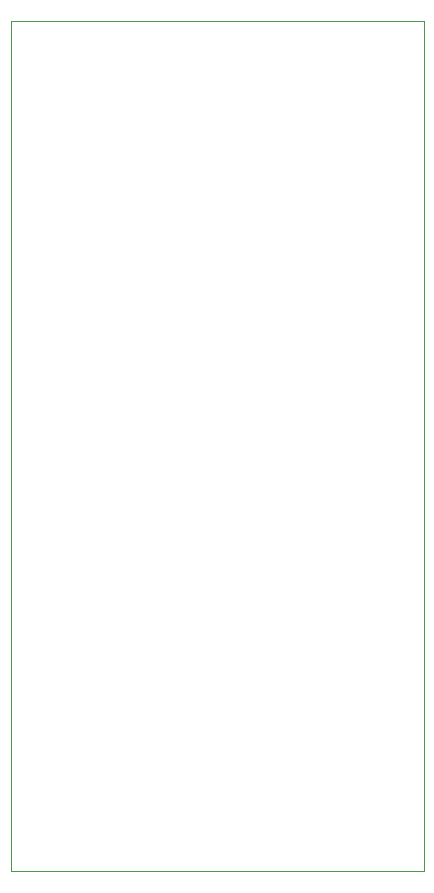
<source format=gm1>
G04 #@! TF.GenerationSoftware,KiCad,Pcbnew,8.0.5*
G04 #@! TF.CreationDate,2024-10-10T13:20:31+02:00*
G04 #@! TF.ProjectId,LED_SINGLE_Board,4c45445f-5349-44e4-974c-455f426f6172,rev?*
G04 #@! TF.SameCoordinates,Original*
G04 #@! TF.FileFunction,Profile,NP*
%FSLAX46Y46*%
G04 Gerber Fmt 4.6, Leading zero omitted, Abs format (unit mm)*
G04 Created by KiCad (PCBNEW 8.0.5) date 2024-10-10 13:20:31*
%MOMM*%
%LPD*%
G01*
G04 APERTURE LIST*
G04 #@! TA.AperFunction,Profile*
%ADD10C,0.050000*%
G04 #@! TD*
G04 APERTURE END LIST*
D10*
X26000000Y-24000000D02*
X61000000Y-24000000D01*
X61000000Y-96000000D01*
X26000000Y-96000000D01*
X26000000Y-24000000D01*
M02*

</source>
